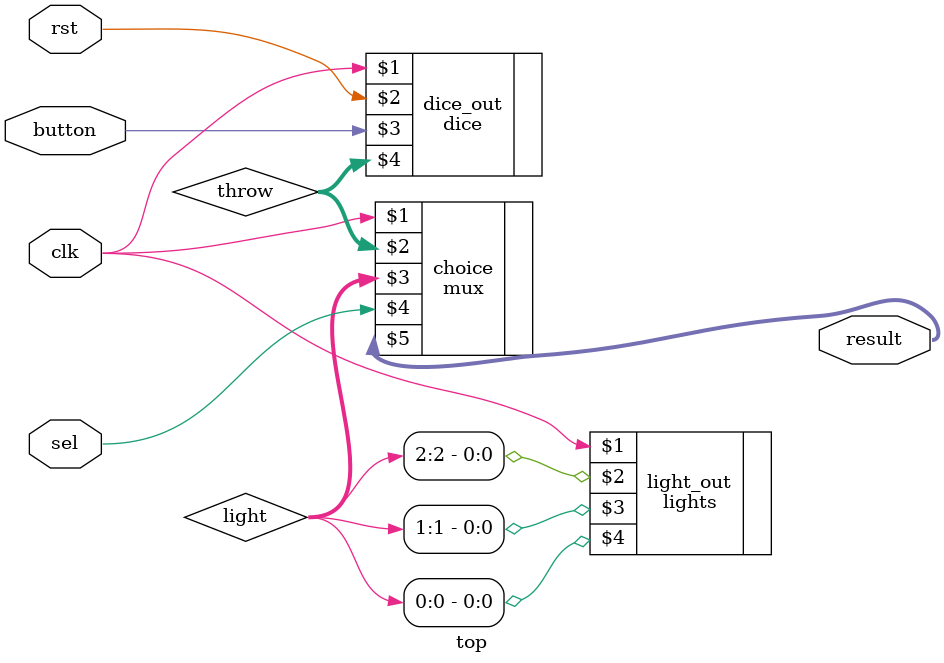
<source format=v>
`timescale 1ns / 100ps

module top(
	input clk,
	input rst,
	input button,
	input sel,
	output wire [2:0] result
	); 

	//wires & registers
	wire [2:0] throw;
	wire [2:0] light;
		

	//logic
	lights light_out(clk, light[2], light[1], light[0]);
	dice dice_out(clk, rst, button, throw);

	mux choice(clk, throw, light, sel, result);


endmodule

</source>
